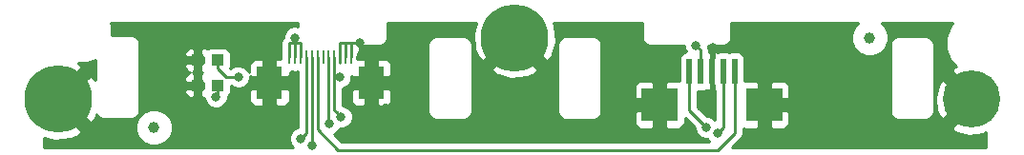
<source format=gbr>
G04 #@! TF.FileFunction,Copper,L1,Top,Signal*
%FSLAX46Y46*%
G04 Gerber Fmt 4.6, Leading zero omitted, Abs format (unit mm)*
G04 Created by KiCad (PCBNEW no-vcs-found-undefined) date Tue Nov  8 14:46:29 2016*
%MOMM*%
%LPD*%
G01*
G04 APERTURE LIST*
%ADD10C,0.600000*%
%ADD11C,0.550000*%
%ADD12C,5.080000*%
%ADD13C,6.000000*%
%ADD14C,1.000000*%
%ADD15R,1.016000X1.016000*%
%ADD16R,0.250000X1.300000*%
%ADD17R,2.300000X3.000000*%
%ADD18R,3.200000X3.000000*%
%ADD19R,0.500000X2.200000*%
%ADD20C,0.800000*%
%ADD21C,0.228600*%
%ADD22C,0.304800*%
%ADD23C,0.250000*%
%ADD24C,0.254000*%
G04 APERTURE END LIST*
D10*
D11*
X94900000Y-74300000D03*
X95700000Y-74300000D03*
X106000000Y-80600000D03*
X106800000Y-80600000D03*
X96800000Y-81700000D03*
X97600000Y-81700000D03*
X128800000Y-77500000D03*
X129600000Y-77500000D03*
X128000000Y-77500000D03*
D12*
X158000000Y-80000000D03*
D11*
X151250000Y-83000000D03*
X152250000Y-83000000D03*
D13*
X117500000Y-74500000D03*
X77000000Y-80000000D03*
D14*
X85500000Y-82500000D03*
X149000000Y-74500000D03*
D15*
X91139000Y-76500000D03*
X89361000Y-76500000D03*
X91139000Y-78750000D03*
X89361000Y-78750000D03*
D11*
X153250000Y-83000000D03*
X127200000Y-77500000D03*
D16*
X97500000Y-76250000D03*
X98000000Y-76250000D03*
X98500000Y-76250000D03*
X99000000Y-76250000D03*
X99500000Y-76250000D03*
X100000000Y-76250000D03*
D17*
X95750000Y-78500000D03*
X104750000Y-78500000D03*
D16*
X100500000Y-76250000D03*
X101000000Y-76250000D03*
X101500000Y-76250000D03*
X102000000Y-76250000D03*
X102500000Y-76250000D03*
X103000000Y-76250000D03*
D18*
X139650000Y-80500000D03*
X130350000Y-80500000D03*
D19*
X137000000Y-77500000D03*
X136000000Y-77500000D03*
X135000000Y-77500000D03*
X134000000Y-77500000D03*
X133000000Y-77500000D03*
D20*
X102091528Y-81559570D03*
X102000000Y-78000000D03*
X93000000Y-78000000D03*
X135088658Y-75355116D03*
X103750000Y-75000000D03*
X89361000Y-77500000D03*
X101028655Y-82156271D03*
X91000000Y-79750000D03*
X133600000Y-75250000D03*
X98000000Y-74500000D03*
X98500000Y-83500000D03*
X134500000Y-82500000D03*
X99500000Y-84080702D03*
X135500000Y-83000000D03*
D21*
X101691529Y-81159571D02*
X102091528Y-81559570D01*
X101500000Y-78000000D02*
X101500000Y-80968042D01*
X101500000Y-80968042D02*
X101691529Y-81159571D01*
X101500000Y-76250000D02*
X101500000Y-78000000D01*
X102000000Y-78000000D02*
X101500000Y-78000000D01*
X91139000Y-76500000D02*
X91139000Y-77236600D01*
X91139000Y-77236600D02*
X91902400Y-78000000D01*
X91902400Y-78000000D02*
X93000000Y-78000000D01*
D22*
X135088658Y-75920801D02*
X135088658Y-75355116D01*
X135009459Y-76000000D02*
X135088658Y-75920801D01*
X135000000Y-76000000D02*
X135009459Y-76000000D01*
D21*
X102500000Y-75000000D02*
X103000000Y-75000000D01*
X102500000Y-76250000D02*
X102500000Y-75000000D01*
X103000000Y-76250000D02*
X103000000Y-75000000D01*
X102000000Y-75000000D02*
X103750000Y-75000000D01*
X102000000Y-76250000D02*
X102000000Y-75750000D01*
X102000000Y-75750000D02*
X102000000Y-75000000D01*
X103000000Y-75000000D02*
X103750000Y-75000000D01*
X89361000Y-77500000D02*
X89361000Y-78750000D01*
X89361000Y-76500000D02*
X89361000Y-77500000D01*
D23*
X102000000Y-75000000D02*
X103000000Y-75000000D01*
X102000000Y-76250000D02*
X102000000Y-76750000D01*
D21*
X101000000Y-82127616D02*
X101028655Y-82156271D01*
X101000000Y-76250000D02*
X101000000Y-82127616D01*
X91139000Y-78750000D02*
X91139000Y-79611000D01*
X91139000Y-79611000D02*
X91000000Y-79750000D01*
X134000000Y-77934315D02*
X134000000Y-75600000D01*
X134000000Y-75600000D02*
X133650000Y-75250000D01*
X133650000Y-75250000D02*
X133600000Y-75250000D01*
X98000000Y-75000000D02*
X98000000Y-74500000D01*
D23*
X97500000Y-75000000D02*
X98000000Y-75000000D01*
X98000000Y-75000000D02*
X98500000Y-75000000D01*
X98000000Y-76250000D02*
X98000000Y-75000000D01*
X98500000Y-75000000D02*
X98500000Y-76250000D01*
X97500000Y-76250000D02*
X97500000Y-75000000D01*
X133000000Y-81000000D02*
X133000000Y-77500000D01*
X98500000Y-83500000D02*
X99000000Y-83000000D01*
X99000000Y-83000000D02*
X99000000Y-76250000D01*
X133000000Y-81000000D02*
X134500000Y-82500000D01*
D21*
X136000000Y-77500000D02*
X136000000Y-82500000D01*
D23*
X99500000Y-76250000D02*
X99500000Y-84080702D01*
X136000000Y-82500000D02*
X135500000Y-83000000D01*
X100000000Y-76250000D02*
X100000000Y-82694762D01*
X100000000Y-82694762D02*
X101805238Y-84500000D01*
X137000000Y-83000000D02*
X137000000Y-77500000D01*
X101805238Y-84500000D02*
X135500000Y-84500000D01*
X135500000Y-84500000D02*
X137000000Y-83000000D01*
D24*
G36*
X98290000Y-73499737D02*
X98206777Y-73465180D01*
X97795029Y-73464821D01*
X97414485Y-73622058D01*
X97123081Y-73912954D01*
X96965180Y-74293223D01*
X96965034Y-74460972D01*
X96962599Y-74462599D01*
X96797852Y-74709161D01*
X96740000Y-75000000D01*
X96740000Y-75537459D01*
X96727560Y-75600000D01*
X96727560Y-76365000D01*
X96416750Y-76365000D01*
X96258000Y-76523750D01*
X96258000Y-77992000D01*
X97376250Y-77992000D01*
X97535000Y-77833250D01*
X97535000Y-77547440D01*
X97625000Y-77547440D01*
X97750000Y-77522576D01*
X97875000Y-77547440D01*
X98125000Y-77547440D01*
X98240000Y-77524565D01*
X98240000Y-82487558D01*
X97914485Y-82622058D01*
X97623081Y-82912954D01*
X97465180Y-83293223D01*
X97464821Y-83704971D01*
X97622058Y-84085515D01*
X97826187Y-84290000D01*
X75710000Y-84290000D01*
X75710000Y-83407261D01*
X76636931Y-83688387D01*
X78076052Y-83546566D01*
X78746916Y-83268685D01*
X79123373Y-82841794D01*
X79106959Y-82825379D01*
X83856716Y-82825379D01*
X84106320Y-83429469D01*
X84568100Y-83892055D01*
X85171753Y-84142714D01*
X85825379Y-84143284D01*
X86429469Y-83893680D01*
X86892055Y-83431900D01*
X87142714Y-82828247D01*
X87143284Y-82174621D01*
X86893680Y-81570531D01*
X86431900Y-81107945D01*
X85828247Y-80857286D01*
X85174621Y-80856716D01*
X84570531Y-81106320D01*
X84107945Y-81568100D01*
X83857286Y-82171753D01*
X83856716Y-82825379D01*
X79106959Y-82825379D01*
X77000000Y-80718420D01*
X76985858Y-80732563D01*
X76267438Y-80014143D01*
X76281580Y-80000000D01*
X76267438Y-79985858D01*
X76985858Y-79267437D01*
X77000000Y-79281580D01*
X79123373Y-77158206D01*
X78787041Y-76776815D01*
X79549956Y-76777481D01*
X80290000Y-76471701D01*
X80290000Y-78304543D01*
X80268685Y-78253084D01*
X79841794Y-77876627D01*
X77718420Y-80000000D01*
X79841794Y-82123373D01*
X80268685Y-81746916D01*
X80391342Y-81342489D01*
X80497954Y-81502046D01*
X80728295Y-81655954D01*
X81000000Y-81710000D01*
X83500000Y-81710000D01*
X83771705Y-81655954D01*
X84002046Y-81502046D01*
X84155954Y-81271705D01*
X84210000Y-81000000D01*
X84210000Y-79162750D01*
X88218000Y-79162750D01*
X88218000Y-79384310D01*
X88314673Y-79617699D01*
X88493302Y-79796327D01*
X88726691Y-79893000D01*
X88948250Y-79893000D01*
X89107000Y-79734250D01*
X89107000Y-79004000D01*
X88376750Y-79004000D01*
X88218000Y-79162750D01*
X84210000Y-79162750D01*
X84210000Y-76912750D01*
X88218000Y-76912750D01*
X88218000Y-77134310D01*
X88314673Y-77367699D01*
X88493302Y-77546327D01*
X88683235Y-77625000D01*
X88493302Y-77703673D01*
X88314673Y-77882301D01*
X88218000Y-78115690D01*
X88218000Y-78337250D01*
X88376750Y-78496000D01*
X89107000Y-78496000D01*
X89107000Y-77765750D01*
X88966250Y-77625000D01*
X89107000Y-77484250D01*
X89107000Y-76754000D01*
X88376750Y-76754000D01*
X88218000Y-76912750D01*
X84210000Y-76912750D01*
X84210000Y-75865690D01*
X88218000Y-75865690D01*
X88218000Y-76087250D01*
X88376750Y-76246000D01*
X89107000Y-76246000D01*
X89107000Y-75515750D01*
X89615000Y-75515750D01*
X89615000Y-76246000D01*
X89869000Y-76246000D01*
X89869000Y-76754000D01*
X89615000Y-76754000D01*
X89615000Y-77484250D01*
X89755750Y-77625000D01*
X89615000Y-77765750D01*
X89615000Y-78496000D01*
X89869000Y-78496000D01*
X89869000Y-79004000D01*
X89615000Y-79004000D01*
X89615000Y-79734250D01*
X89773750Y-79893000D01*
X89964875Y-79893000D01*
X89964821Y-79954971D01*
X90122058Y-80335515D01*
X90412954Y-80626919D01*
X90793223Y-80784820D01*
X91204971Y-80785179D01*
X91585515Y-80627942D01*
X91876919Y-80337046D01*
X92034820Y-79956777D01*
X92034989Y-79762461D01*
X92104809Y-79715809D01*
X92245157Y-79505765D01*
X92294440Y-79258000D01*
X92294440Y-79166750D01*
X93965000Y-79166750D01*
X93965000Y-80126310D01*
X94061673Y-80359699D01*
X94240302Y-80538327D01*
X94473691Y-80635000D01*
X95083250Y-80635000D01*
X95242000Y-80476250D01*
X95242000Y-79008000D01*
X96258000Y-79008000D01*
X96258000Y-80476250D01*
X96416750Y-80635000D01*
X97026309Y-80635000D01*
X97259698Y-80538327D01*
X97438327Y-80359699D01*
X97535000Y-80126310D01*
X97535000Y-79166750D01*
X97376250Y-79008000D01*
X96258000Y-79008000D01*
X95242000Y-79008000D01*
X94123750Y-79008000D01*
X93965000Y-79166750D01*
X92294440Y-79166750D01*
X92294440Y-78758198D01*
X92412954Y-78876919D01*
X92793223Y-79034820D01*
X93204971Y-79035179D01*
X93585515Y-78877942D01*
X93876919Y-78587046D01*
X94034820Y-78206777D01*
X94035085Y-77903335D01*
X94123750Y-77992000D01*
X95242000Y-77992000D01*
X95242000Y-76523750D01*
X95083250Y-76365000D01*
X94473691Y-76365000D01*
X94240302Y-76461673D01*
X94061673Y-76640301D01*
X93965000Y-76873690D01*
X93965000Y-77625182D01*
X93877942Y-77414485D01*
X93587046Y-77123081D01*
X93206777Y-76965180D01*
X92795029Y-76964821D01*
X92414485Y-77122058D01*
X92285618Y-77250700D01*
X92246164Y-77250700D01*
X92294440Y-77008000D01*
X92294440Y-75992000D01*
X92245157Y-75744235D01*
X92104809Y-75534191D01*
X91894765Y-75393843D01*
X91647000Y-75344560D01*
X90631000Y-75344560D01*
X90383235Y-75393843D01*
X90254732Y-75479707D01*
X90228698Y-75453673D01*
X89995309Y-75357000D01*
X89773750Y-75357000D01*
X89615000Y-75515750D01*
X89107000Y-75515750D01*
X88948250Y-75357000D01*
X88726691Y-75357000D01*
X88493302Y-75453673D01*
X88314673Y-75632301D01*
X88218000Y-75865690D01*
X84210000Y-75865690D01*
X84210000Y-75000000D01*
X84155954Y-74728295D01*
X84002046Y-74497954D01*
X83771705Y-74344046D01*
X83500000Y-74290000D01*
X81776748Y-74290000D01*
X81777481Y-73450044D01*
X81678297Y-73210000D01*
X98290000Y-73210000D01*
X98290000Y-73499737D01*
X98290000Y-73499737D01*
G37*
X98290000Y-73499737D02*
X98206777Y-73465180D01*
X97795029Y-73464821D01*
X97414485Y-73622058D01*
X97123081Y-73912954D01*
X96965180Y-74293223D01*
X96965034Y-74460972D01*
X96962599Y-74462599D01*
X96797852Y-74709161D01*
X96740000Y-75000000D01*
X96740000Y-75537459D01*
X96727560Y-75600000D01*
X96727560Y-76365000D01*
X96416750Y-76365000D01*
X96258000Y-76523750D01*
X96258000Y-77992000D01*
X97376250Y-77992000D01*
X97535000Y-77833250D01*
X97535000Y-77547440D01*
X97625000Y-77547440D01*
X97750000Y-77522576D01*
X97875000Y-77547440D01*
X98125000Y-77547440D01*
X98240000Y-77524565D01*
X98240000Y-82487558D01*
X97914485Y-82622058D01*
X97623081Y-82912954D01*
X97465180Y-83293223D01*
X97464821Y-83704971D01*
X97622058Y-84085515D01*
X97826187Y-84290000D01*
X75710000Y-84290000D01*
X75710000Y-83407261D01*
X76636931Y-83688387D01*
X78076052Y-83546566D01*
X78746916Y-83268685D01*
X79123373Y-82841794D01*
X79106959Y-82825379D01*
X83856716Y-82825379D01*
X84106320Y-83429469D01*
X84568100Y-83892055D01*
X85171753Y-84142714D01*
X85825379Y-84143284D01*
X86429469Y-83893680D01*
X86892055Y-83431900D01*
X87142714Y-82828247D01*
X87143284Y-82174621D01*
X86893680Y-81570531D01*
X86431900Y-81107945D01*
X85828247Y-80857286D01*
X85174621Y-80856716D01*
X84570531Y-81106320D01*
X84107945Y-81568100D01*
X83857286Y-82171753D01*
X83856716Y-82825379D01*
X79106959Y-82825379D01*
X77000000Y-80718420D01*
X76985858Y-80732563D01*
X76267438Y-80014143D01*
X76281580Y-80000000D01*
X76267438Y-79985858D01*
X76985858Y-79267437D01*
X77000000Y-79281580D01*
X79123373Y-77158206D01*
X78787041Y-76776815D01*
X79549956Y-76777481D01*
X80290000Y-76471701D01*
X80290000Y-78304543D01*
X80268685Y-78253084D01*
X79841794Y-77876627D01*
X77718420Y-80000000D01*
X79841794Y-82123373D01*
X80268685Y-81746916D01*
X80391342Y-81342489D01*
X80497954Y-81502046D01*
X80728295Y-81655954D01*
X81000000Y-81710000D01*
X83500000Y-81710000D01*
X83771705Y-81655954D01*
X84002046Y-81502046D01*
X84155954Y-81271705D01*
X84210000Y-81000000D01*
X84210000Y-79162750D01*
X88218000Y-79162750D01*
X88218000Y-79384310D01*
X88314673Y-79617699D01*
X88493302Y-79796327D01*
X88726691Y-79893000D01*
X88948250Y-79893000D01*
X89107000Y-79734250D01*
X89107000Y-79004000D01*
X88376750Y-79004000D01*
X88218000Y-79162750D01*
X84210000Y-79162750D01*
X84210000Y-76912750D01*
X88218000Y-76912750D01*
X88218000Y-77134310D01*
X88314673Y-77367699D01*
X88493302Y-77546327D01*
X88683235Y-77625000D01*
X88493302Y-77703673D01*
X88314673Y-77882301D01*
X88218000Y-78115690D01*
X88218000Y-78337250D01*
X88376750Y-78496000D01*
X89107000Y-78496000D01*
X89107000Y-77765750D01*
X88966250Y-77625000D01*
X89107000Y-77484250D01*
X89107000Y-76754000D01*
X88376750Y-76754000D01*
X88218000Y-76912750D01*
X84210000Y-76912750D01*
X84210000Y-75865690D01*
X88218000Y-75865690D01*
X88218000Y-76087250D01*
X88376750Y-76246000D01*
X89107000Y-76246000D01*
X89107000Y-75515750D01*
X89615000Y-75515750D01*
X89615000Y-76246000D01*
X89869000Y-76246000D01*
X89869000Y-76754000D01*
X89615000Y-76754000D01*
X89615000Y-77484250D01*
X89755750Y-77625000D01*
X89615000Y-77765750D01*
X89615000Y-78496000D01*
X89869000Y-78496000D01*
X89869000Y-79004000D01*
X89615000Y-79004000D01*
X89615000Y-79734250D01*
X89773750Y-79893000D01*
X89964875Y-79893000D01*
X89964821Y-79954971D01*
X90122058Y-80335515D01*
X90412954Y-80626919D01*
X90793223Y-80784820D01*
X91204971Y-80785179D01*
X91585515Y-80627942D01*
X91876919Y-80337046D01*
X92034820Y-79956777D01*
X92034989Y-79762461D01*
X92104809Y-79715809D01*
X92245157Y-79505765D01*
X92294440Y-79258000D01*
X92294440Y-79166750D01*
X93965000Y-79166750D01*
X93965000Y-80126310D01*
X94061673Y-80359699D01*
X94240302Y-80538327D01*
X94473691Y-80635000D01*
X95083250Y-80635000D01*
X95242000Y-80476250D01*
X95242000Y-79008000D01*
X96258000Y-79008000D01*
X96258000Y-80476250D01*
X96416750Y-80635000D01*
X97026309Y-80635000D01*
X97259698Y-80538327D01*
X97438327Y-80359699D01*
X97535000Y-80126310D01*
X97535000Y-79166750D01*
X97376250Y-79008000D01*
X96258000Y-79008000D01*
X95242000Y-79008000D01*
X94123750Y-79008000D01*
X93965000Y-79166750D01*
X92294440Y-79166750D01*
X92294440Y-78758198D01*
X92412954Y-78876919D01*
X92793223Y-79034820D01*
X93204971Y-79035179D01*
X93585515Y-78877942D01*
X93876919Y-78587046D01*
X94034820Y-78206777D01*
X94035085Y-77903335D01*
X94123750Y-77992000D01*
X95242000Y-77992000D01*
X95242000Y-76523750D01*
X95083250Y-76365000D01*
X94473691Y-76365000D01*
X94240302Y-76461673D01*
X94061673Y-76640301D01*
X93965000Y-76873690D01*
X93965000Y-77625182D01*
X93877942Y-77414485D01*
X93587046Y-77123081D01*
X93206777Y-76965180D01*
X92795029Y-76964821D01*
X92414485Y-77122058D01*
X92285618Y-77250700D01*
X92246164Y-77250700D01*
X92294440Y-77008000D01*
X92294440Y-75992000D01*
X92245157Y-75744235D01*
X92104809Y-75534191D01*
X91894765Y-75393843D01*
X91647000Y-75344560D01*
X90631000Y-75344560D01*
X90383235Y-75393843D01*
X90254732Y-75479707D01*
X90228698Y-75453673D01*
X89995309Y-75357000D01*
X89773750Y-75357000D01*
X89615000Y-75515750D01*
X89107000Y-75515750D01*
X88948250Y-75357000D01*
X88726691Y-75357000D01*
X88493302Y-75453673D01*
X88314673Y-75632301D01*
X88218000Y-75865690D01*
X84210000Y-75865690D01*
X84210000Y-75000000D01*
X84155954Y-74728295D01*
X84002046Y-74497954D01*
X83771705Y-74344046D01*
X83500000Y-74290000D01*
X81776748Y-74290000D01*
X81777481Y-73450044D01*
X81678297Y-73210000D01*
X98290000Y-73210000D01*
X98290000Y-73499737D01*
G36*
X147607945Y-73568100D02*
X147357286Y-74171753D01*
X147356716Y-74825379D01*
X147606320Y-75429469D01*
X148068100Y-75892055D01*
X148671753Y-76142714D01*
X149325379Y-76143284D01*
X149929469Y-75893680D01*
X150392055Y-75431900D01*
X150529872Y-75100000D01*
X150790000Y-75100000D01*
X150790000Y-81100000D01*
X150844046Y-81371705D01*
X150997954Y-81602046D01*
X151228295Y-81755954D01*
X151500000Y-81810000D01*
X154000000Y-81810000D01*
X154271705Y-81755954D01*
X154502046Y-81602046D01*
X154655954Y-81371705D01*
X154710000Y-81100000D01*
X154710000Y-79747617D01*
X154772652Y-79747617D01*
X154921736Y-81001881D01*
X155114902Y-81468224D01*
X155493838Y-81787741D01*
X157281580Y-80000000D01*
X155493838Y-78212259D01*
X155114902Y-78531776D01*
X154772652Y-79747617D01*
X154710000Y-79747617D01*
X154710000Y-75100000D01*
X154655954Y-74828295D01*
X154502046Y-74597954D01*
X154271705Y-74444046D01*
X154000000Y-74390000D01*
X151500000Y-74390000D01*
X151228295Y-74444046D01*
X150997954Y-74597954D01*
X150844046Y-74828295D01*
X150790000Y-75100000D01*
X150529872Y-75100000D01*
X150642714Y-74828247D01*
X150643284Y-74174621D01*
X150393680Y-73570531D01*
X150033777Y-73210000D01*
X156362424Y-73210000D01*
X156147146Y-73424902D01*
X155723483Y-74445197D01*
X155722519Y-75549956D01*
X156144401Y-76570989D01*
X156641850Y-77069308D01*
X156531776Y-77114902D01*
X156212259Y-77493838D01*
X158000000Y-79281580D01*
X158014142Y-79267437D01*
X158732563Y-79985858D01*
X158718420Y-80000000D01*
X158732563Y-80014143D01*
X158014142Y-80732563D01*
X158000000Y-80718420D01*
X156212259Y-82506162D01*
X156531776Y-82885098D01*
X157747617Y-83227348D01*
X159001881Y-83078264D01*
X159290000Y-82958921D01*
X159290000Y-84290000D01*
X136784802Y-84290000D01*
X137537401Y-83537401D01*
X137702148Y-83290840D01*
X137760000Y-83000000D01*
X137760000Y-82567197D01*
X137923691Y-82635000D01*
X138983250Y-82635000D01*
X139142000Y-82476250D01*
X139142000Y-81008000D01*
X140158000Y-81008000D01*
X140158000Y-82476250D01*
X140316750Y-82635000D01*
X141376309Y-82635000D01*
X141609698Y-82538327D01*
X141788327Y-82359699D01*
X141885000Y-82126310D01*
X141885000Y-81166750D01*
X141726250Y-81008000D01*
X140158000Y-81008000D01*
X139142000Y-81008000D01*
X139122000Y-81008000D01*
X139122000Y-79992000D01*
X139142000Y-79992000D01*
X139142000Y-78523750D01*
X140158000Y-78523750D01*
X140158000Y-79992000D01*
X141726250Y-79992000D01*
X141885000Y-79833250D01*
X141885000Y-78873690D01*
X141788327Y-78640301D01*
X141609698Y-78461673D01*
X141376309Y-78365000D01*
X140316750Y-78365000D01*
X140158000Y-78523750D01*
X139142000Y-78523750D01*
X138983250Y-78365000D01*
X137923691Y-78365000D01*
X137897440Y-78375874D01*
X137897440Y-76400000D01*
X137848157Y-76152235D01*
X137707809Y-75942191D01*
X137497765Y-75801843D01*
X137250000Y-75752560D01*
X136750000Y-75752560D01*
X136502235Y-75801843D01*
X136500000Y-75803336D01*
X136497765Y-75801843D01*
X136250000Y-75752560D01*
X135750000Y-75752560D01*
X135502235Y-75801843D01*
X135488084Y-75811299D01*
X135376309Y-75765000D01*
X135283750Y-75765000D01*
X135125000Y-75923750D01*
X135125000Y-76287185D01*
X135102560Y-76400000D01*
X135102560Y-78600000D01*
X135125000Y-78712815D01*
X135125000Y-79076250D01*
X135250700Y-79201950D01*
X135250700Y-81787021D01*
X135087046Y-81623081D01*
X134706777Y-81465180D01*
X134539836Y-81465034D01*
X133760000Y-80685198D01*
X133760000Y-79247440D01*
X134250000Y-79247440D01*
X134497765Y-79198157D01*
X134511916Y-79188701D01*
X134623691Y-79235000D01*
X134716250Y-79235000D01*
X134875000Y-79076250D01*
X134875000Y-78712815D01*
X134897440Y-78600000D01*
X134897440Y-76400000D01*
X134875000Y-76287185D01*
X134875000Y-75923750D01*
X134749300Y-75798050D01*
X134749300Y-75600000D01*
X134692263Y-75313255D01*
X134635020Y-75227585D01*
X134635035Y-75210000D01*
X136000000Y-75210000D01*
X136271705Y-75155954D01*
X136502046Y-75002046D01*
X136655954Y-74771705D01*
X136710000Y-74500000D01*
X136710000Y-73210000D01*
X147966670Y-73210000D01*
X147607945Y-73568100D01*
X147607945Y-73568100D01*
G37*
X147607945Y-73568100D02*
X147357286Y-74171753D01*
X147356716Y-74825379D01*
X147606320Y-75429469D01*
X148068100Y-75892055D01*
X148671753Y-76142714D01*
X149325379Y-76143284D01*
X149929469Y-75893680D01*
X150392055Y-75431900D01*
X150529872Y-75100000D01*
X150790000Y-75100000D01*
X150790000Y-81100000D01*
X150844046Y-81371705D01*
X150997954Y-81602046D01*
X151228295Y-81755954D01*
X151500000Y-81810000D01*
X154000000Y-81810000D01*
X154271705Y-81755954D01*
X154502046Y-81602046D01*
X154655954Y-81371705D01*
X154710000Y-81100000D01*
X154710000Y-79747617D01*
X154772652Y-79747617D01*
X154921736Y-81001881D01*
X155114902Y-81468224D01*
X155493838Y-81787741D01*
X157281580Y-80000000D01*
X155493838Y-78212259D01*
X155114902Y-78531776D01*
X154772652Y-79747617D01*
X154710000Y-79747617D01*
X154710000Y-75100000D01*
X154655954Y-74828295D01*
X154502046Y-74597954D01*
X154271705Y-74444046D01*
X154000000Y-74390000D01*
X151500000Y-74390000D01*
X151228295Y-74444046D01*
X150997954Y-74597954D01*
X150844046Y-74828295D01*
X150790000Y-75100000D01*
X150529872Y-75100000D01*
X150642714Y-74828247D01*
X150643284Y-74174621D01*
X150393680Y-73570531D01*
X150033777Y-73210000D01*
X156362424Y-73210000D01*
X156147146Y-73424902D01*
X155723483Y-74445197D01*
X155722519Y-75549956D01*
X156144401Y-76570989D01*
X156641850Y-77069308D01*
X156531776Y-77114902D01*
X156212259Y-77493838D01*
X158000000Y-79281580D01*
X158014142Y-79267437D01*
X158732563Y-79985858D01*
X158718420Y-80000000D01*
X158732563Y-80014143D01*
X158014142Y-80732563D01*
X158000000Y-80718420D01*
X156212259Y-82506162D01*
X156531776Y-82885098D01*
X157747617Y-83227348D01*
X159001881Y-83078264D01*
X159290000Y-82958921D01*
X159290000Y-84290000D01*
X136784802Y-84290000D01*
X137537401Y-83537401D01*
X137702148Y-83290840D01*
X137760000Y-83000000D01*
X137760000Y-82567197D01*
X137923691Y-82635000D01*
X138983250Y-82635000D01*
X139142000Y-82476250D01*
X139142000Y-81008000D01*
X140158000Y-81008000D01*
X140158000Y-82476250D01*
X140316750Y-82635000D01*
X141376309Y-82635000D01*
X141609698Y-82538327D01*
X141788327Y-82359699D01*
X141885000Y-82126310D01*
X141885000Y-81166750D01*
X141726250Y-81008000D01*
X140158000Y-81008000D01*
X139142000Y-81008000D01*
X139122000Y-81008000D01*
X139122000Y-79992000D01*
X139142000Y-79992000D01*
X139142000Y-78523750D01*
X140158000Y-78523750D01*
X140158000Y-79992000D01*
X141726250Y-79992000D01*
X141885000Y-79833250D01*
X141885000Y-78873690D01*
X141788327Y-78640301D01*
X141609698Y-78461673D01*
X141376309Y-78365000D01*
X140316750Y-78365000D01*
X140158000Y-78523750D01*
X139142000Y-78523750D01*
X138983250Y-78365000D01*
X137923691Y-78365000D01*
X137897440Y-78375874D01*
X137897440Y-76400000D01*
X137848157Y-76152235D01*
X137707809Y-75942191D01*
X137497765Y-75801843D01*
X137250000Y-75752560D01*
X136750000Y-75752560D01*
X136502235Y-75801843D01*
X136500000Y-75803336D01*
X136497765Y-75801843D01*
X136250000Y-75752560D01*
X135750000Y-75752560D01*
X135502235Y-75801843D01*
X135488084Y-75811299D01*
X135376309Y-75765000D01*
X135283750Y-75765000D01*
X135125000Y-75923750D01*
X135125000Y-76287185D01*
X135102560Y-76400000D01*
X135102560Y-78600000D01*
X135125000Y-78712815D01*
X135125000Y-79076250D01*
X135250700Y-79201950D01*
X135250700Y-81787021D01*
X135087046Y-81623081D01*
X134706777Y-81465180D01*
X134539836Y-81465034D01*
X133760000Y-80685198D01*
X133760000Y-79247440D01*
X134250000Y-79247440D01*
X134497765Y-79198157D01*
X134511916Y-79188701D01*
X134623691Y-79235000D01*
X134716250Y-79235000D01*
X134875000Y-79076250D01*
X134875000Y-78712815D01*
X134897440Y-78600000D01*
X134897440Y-76400000D01*
X134875000Y-76287185D01*
X134875000Y-75923750D01*
X134749300Y-75798050D01*
X134749300Y-75600000D01*
X134692263Y-75313255D01*
X134635020Y-75227585D01*
X134635035Y-75210000D01*
X136000000Y-75210000D01*
X136271705Y-75155954D01*
X136502046Y-75002046D01*
X136655954Y-74771705D01*
X136710000Y-74500000D01*
X136710000Y-73210000D01*
X147966670Y-73210000D01*
X147607945Y-73568100D01*
G36*
X113811613Y-74136931D02*
X113953434Y-75576052D01*
X114231315Y-76246916D01*
X114658206Y-76623373D01*
X116781580Y-74500000D01*
X116767437Y-74485858D01*
X117485858Y-73767438D01*
X117500000Y-73781580D01*
X117514143Y-73767438D01*
X118232563Y-74485858D01*
X118218420Y-74500000D01*
X120341794Y-76623373D01*
X120768685Y-76246916D01*
X121116529Y-75100000D01*
X121290000Y-75100000D01*
X121290000Y-81100000D01*
X121344046Y-81371705D01*
X121497954Y-81602046D01*
X121728295Y-81755954D01*
X122000000Y-81810000D01*
X124500000Y-81810000D01*
X124771705Y-81755954D01*
X125002046Y-81602046D01*
X125155954Y-81371705D01*
X125196722Y-81166750D01*
X128115000Y-81166750D01*
X128115000Y-82126310D01*
X128211673Y-82359699D01*
X128390302Y-82538327D01*
X128623691Y-82635000D01*
X129683250Y-82635000D01*
X129842000Y-82476250D01*
X129842000Y-81008000D01*
X128273750Y-81008000D01*
X128115000Y-81166750D01*
X125196722Y-81166750D01*
X125210000Y-81100000D01*
X125210000Y-78873690D01*
X128115000Y-78873690D01*
X128115000Y-79833250D01*
X128273750Y-79992000D01*
X129842000Y-79992000D01*
X129842000Y-78523750D01*
X129683250Y-78365000D01*
X128623691Y-78365000D01*
X128390302Y-78461673D01*
X128211673Y-78640301D01*
X128115000Y-78873690D01*
X125210000Y-78873690D01*
X125210000Y-75100000D01*
X125155954Y-74828295D01*
X125002046Y-74597954D01*
X124771705Y-74444046D01*
X124500000Y-74390000D01*
X122000000Y-74390000D01*
X121728295Y-74444046D01*
X121497954Y-74597954D01*
X121344046Y-74828295D01*
X121290000Y-75100000D01*
X121116529Y-75100000D01*
X121188387Y-74863069D01*
X121046566Y-73423948D01*
X120957946Y-73210000D01*
X128790000Y-73210000D01*
X128790000Y-74500000D01*
X128844046Y-74771705D01*
X128997954Y-75002046D01*
X129228295Y-75155954D01*
X129500000Y-75210000D01*
X132565035Y-75210000D01*
X132564821Y-75454971D01*
X132692507Y-75763996D01*
X132502235Y-75801843D01*
X132292191Y-75942191D01*
X132151843Y-76152235D01*
X132102560Y-76400000D01*
X132102560Y-78375874D01*
X132076309Y-78365000D01*
X131016750Y-78365000D01*
X130858000Y-78523750D01*
X130858000Y-79992000D01*
X130878000Y-79992000D01*
X130878000Y-81008000D01*
X130858000Y-81008000D01*
X130858000Y-82476250D01*
X131016750Y-82635000D01*
X132076309Y-82635000D01*
X132309698Y-82538327D01*
X132488327Y-82359699D01*
X132585000Y-82126310D01*
X132585000Y-81659802D01*
X133464965Y-82539767D01*
X133464821Y-82704971D01*
X133622058Y-83085515D01*
X133912954Y-83376919D01*
X134293223Y-83534820D01*
X134601222Y-83535089D01*
X134622058Y-83585515D01*
X134776274Y-83740000D01*
X102120040Y-83740000D01*
X101472705Y-83092665D01*
X101614170Y-83034213D01*
X101905574Y-82743317D01*
X101967384Y-82594462D01*
X102296499Y-82594749D01*
X102677043Y-82437512D01*
X102968447Y-82146616D01*
X103126348Y-81766347D01*
X103126707Y-81354599D01*
X102969470Y-80974055D01*
X102678574Y-80682651D01*
X102298305Y-80524750D01*
X102249300Y-80524707D01*
X102249300Y-79166750D01*
X102965000Y-79166750D01*
X102965000Y-80126310D01*
X103061673Y-80359699D01*
X103240302Y-80538327D01*
X103473691Y-80635000D01*
X104083250Y-80635000D01*
X104242000Y-80476250D01*
X104242000Y-79008000D01*
X105258000Y-79008000D01*
X105258000Y-80476250D01*
X105416750Y-80635000D01*
X106026309Y-80635000D01*
X106259698Y-80538327D01*
X106438327Y-80359699D01*
X106535000Y-80126310D01*
X106535000Y-79166750D01*
X106376250Y-79008000D01*
X105258000Y-79008000D01*
X104242000Y-79008000D01*
X103123750Y-79008000D01*
X102965000Y-79166750D01*
X102249300Y-79166750D01*
X102249300Y-79016863D01*
X102585515Y-78877942D01*
X102876919Y-78587046D01*
X103034820Y-78206777D01*
X103035085Y-77903335D01*
X103123750Y-77992000D01*
X104242000Y-77992000D01*
X104242000Y-76523750D01*
X105258000Y-76523750D01*
X105258000Y-77992000D01*
X106376250Y-77992000D01*
X106535000Y-77833250D01*
X106535000Y-76873690D01*
X106438327Y-76640301D01*
X106259698Y-76461673D01*
X106026309Y-76365000D01*
X105416750Y-76365000D01*
X105258000Y-76523750D01*
X104242000Y-76523750D01*
X104083250Y-76365000D01*
X103489126Y-76365000D01*
X103560093Y-75925000D01*
X103601250Y-75925000D01*
X103760000Y-75766250D01*
X103760000Y-75473690D01*
X103663327Y-75240301D01*
X103633026Y-75210000D01*
X105500000Y-75210000D01*
X105771705Y-75155954D01*
X105855446Y-75100000D01*
X109790000Y-75100000D01*
X109790000Y-81100000D01*
X109844046Y-81371705D01*
X109997954Y-81602046D01*
X110228295Y-81755954D01*
X110500000Y-81810000D01*
X113000000Y-81810000D01*
X113271705Y-81755954D01*
X113502046Y-81602046D01*
X113655954Y-81371705D01*
X113710000Y-81100000D01*
X113710000Y-77341794D01*
X115376627Y-77341794D01*
X115753084Y-77768685D01*
X117136931Y-78188387D01*
X118576052Y-78046566D01*
X119246916Y-77768685D01*
X119623373Y-77341794D01*
X117500000Y-75218420D01*
X115376627Y-77341794D01*
X113710000Y-77341794D01*
X113710000Y-75100000D01*
X113655954Y-74828295D01*
X113502046Y-74597954D01*
X113271705Y-74444046D01*
X113000000Y-74390000D01*
X110500000Y-74390000D01*
X110228295Y-74444046D01*
X109997954Y-74597954D01*
X109844046Y-74828295D01*
X109790000Y-75100000D01*
X105855446Y-75100000D01*
X106002046Y-75002046D01*
X106155954Y-74771705D01*
X106210000Y-74500000D01*
X106210000Y-73210000D01*
X114092739Y-73210000D01*
X113811613Y-74136931D01*
X113811613Y-74136931D01*
G37*
X113811613Y-74136931D02*
X113953434Y-75576052D01*
X114231315Y-76246916D01*
X114658206Y-76623373D01*
X116781580Y-74500000D01*
X116767437Y-74485858D01*
X117485858Y-73767438D01*
X117500000Y-73781580D01*
X117514143Y-73767438D01*
X118232563Y-74485858D01*
X118218420Y-74500000D01*
X120341794Y-76623373D01*
X120768685Y-76246916D01*
X121116529Y-75100000D01*
X121290000Y-75100000D01*
X121290000Y-81100000D01*
X121344046Y-81371705D01*
X121497954Y-81602046D01*
X121728295Y-81755954D01*
X122000000Y-81810000D01*
X124500000Y-81810000D01*
X124771705Y-81755954D01*
X125002046Y-81602046D01*
X125155954Y-81371705D01*
X125196722Y-81166750D01*
X128115000Y-81166750D01*
X128115000Y-82126310D01*
X128211673Y-82359699D01*
X128390302Y-82538327D01*
X128623691Y-82635000D01*
X129683250Y-82635000D01*
X129842000Y-82476250D01*
X129842000Y-81008000D01*
X128273750Y-81008000D01*
X128115000Y-81166750D01*
X125196722Y-81166750D01*
X125210000Y-81100000D01*
X125210000Y-78873690D01*
X128115000Y-78873690D01*
X128115000Y-79833250D01*
X128273750Y-79992000D01*
X129842000Y-79992000D01*
X129842000Y-78523750D01*
X129683250Y-78365000D01*
X128623691Y-78365000D01*
X128390302Y-78461673D01*
X128211673Y-78640301D01*
X128115000Y-78873690D01*
X125210000Y-78873690D01*
X125210000Y-75100000D01*
X125155954Y-74828295D01*
X125002046Y-74597954D01*
X124771705Y-74444046D01*
X124500000Y-74390000D01*
X122000000Y-74390000D01*
X121728295Y-74444046D01*
X121497954Y-74597954D01*
X121344046Y-74828295D01*
X121290000Y-75100000D01*
X121116529Y-75100000D01*
X121188387Y-74863069D01*
X121046566Y-73423948D01*
X120957946Y-73210000D01*
X128790000Y-73210000D01*
X128790000Y-74500000D01*
X128844046Y-74771705D01*
X128997954Y-75002046D01*
X129228295Y-75155954D01*
X129500000Y-75210000D01*
X132565035Y-75210000D01*
X132564821Y-75454971D01*
X132692507Y-75763996D01*
X132502235Y-75801843D01*
X132292191Y-75942191D01*
X132151843Y-76152235D01*
X132102560Y-76400000D01*
X132102560Y-78375874D01*
X132076309Y-78365000D01*
X131016750Y-78365000D01*
X130858000Y-78523750D01*
X130858000Y-79992000D01*
X130878000Y-79992000D01*
X130878000Y-81008000D01*
X130858000Y-81008000D01*
X130858000Y-82476250D01*
X131016750Y-82635000D01*
X132076309Y-82635000D01*
X132309698Y-82538327D01*
X132488327Y-82359699D01*
X132585000Y-82126310D01*
X132585000Y-81659802D01*
X133464965Y-82539767D01*
X133464821Y-82704971D01*
X133622058Y-83085515D01*
X133912954Y-83376919D01*
X134293223Y-83534820D01*
X134601222Y-83535089D01*
X134622058Y-83585515D01*
X134776274Y-83740000D01*
X102120040Y-83740000D01*
X101472705Y-83092665D01*
X101614170Y-83034213D01*
X101905574Y-82743317D01*
X101967384Y-82594462D01*
X102296499Y-82594749D01*
X102677043Y-82437512D01*
X102968447Y-82146616D01*
X103126348Y-81766347D01*
X103126707Y-81354599D01*
X102969470Y-80974055D01*
X102678574Y-80682651D01*
X102298305Y-80524750D01*
X102249300Y-80524707D01*
X102249300Y-79166750D01*
X102965000Y-79166750D01*
X102965000Y-80126310D01*
X103061673Y-80359699D01*
X103240302Y-80538327D01*
X103473691Y-80635000D01*
X104083250Y-80635000D01*
X104242000Y-80476250D01*
X104242000Y-79008000D01*
X105258000Y-79008000D01*
X105258000Y-80476250D01*
X105416750Y-80635000D01*
X106026309Y-80635000D01*
X106259698Y-80538327D01*
X106438327Y-80359699D01*
X106535000Y-80126310D01*
X106535000Y-79166750D01*
X106376250Y-79008000D01*
X105258000Y-79008000D01*
X104242000Y-79008000D01*
X103123750Y-79008000D01*
X102965000Y-79166750D01*
X102249300Y-79166750D01*
X102249300Y-79016863D01*
X102585515Y-78877942D01*
X102876919Y-78587046D01*
X103034820Y-78206777D01*
X103035085Y-77903335D01*
X103123750Y-77992000D01*
X104242000Y-77992000D01*
X104242000Y-76523750D01*
X105258000Y-76523750D01*
X105258000Y-77992000D01*
X106376250Y-77992000D01*
X106535000Y-77833250D01*
X106535000Y-76873690D01*
X106438327Y-76640301D01*
X106259698Y-76461673D01*
X106026309Y-76365000D01*
X105416750Y-76365000D01*
X105258000Y-76523750D01*
X104242000Y-76523750D01*
X104083250Y-76365000D01*
X103489126Y-76365000D01*
X103560093Y-75925000D01*
X103601250Y-75925000D01*
X103760000Y-75766250D01*
X103760000Y-75473690D01*
X103663327Y-75240301D01*
X103633026Y-75210000D01*
X105500000Y-75210000D01*
X105771705Y-75155954D01*
X105855446Y-75100000D01*
X109790000Y-75100000D01*
X109790000Y-81100000D01*
X109844046Y-81371705D01*
X109997954Y-81602046D01*
X110228295Y-81755954D01*
X110500000Y-81810000D01*
X113000000Y-81810000D01*
X113271705Y-81755954D01*
X113502046Y-81602046D01*
X113655954Y-81371705D01*
X113710000Y-81100000D01*
X113710000Y-77341794D01*
X115376627Y-77341794D01*
X115753084Y-77768685D01*
X117136931Y-78188387D01*
X118576052Y-78046566D01*
X119246916Y-77768685D01*
X119623373Y-77341794D01*
X117500000Y-75218420D01*
X115376627Y-77341794D01*
X113710000Y-77341794D01*
X113710000Y-75100000D01*
X113655954Y-74828295D01*
X113502046Y-74597954D01*
X113271705Y-74444046D01*
X113000000Y-74390000D01*
X110500000Y-74390000D01*
X110228295Y-74444046D01*
X109997954Y-74597954D01*
X109844046Y-74828295D01*
X109790000Y-75100000D01*
X105855446Y-75100000D01*
X106002046Y-75002046D01*
X106155954Y-74771705D01*
X106210000Y-74500000D01*
X106210000Y-73210000D01*
X114092739Y-73210000D01*
X113811613Y-74136931D01*
M02*

</source>
